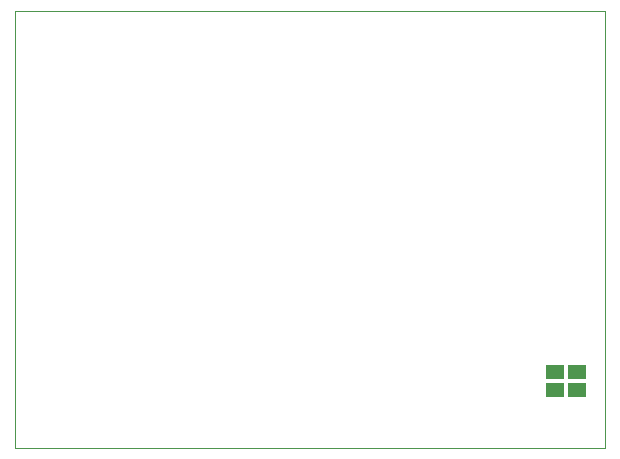
<source format=gbp>
G75*
G70*
%OFA0B0*%
%FSLAX24Y24*%
%IPPOS*%
%LPD*%
%AMOC8*
5,1,8,0,0,1.08239X$1,22.5*
%
%ADD10C,0.0000*%
%ADD11R,0.0630X0.0460*%
D10*
X001774Y000181D02*
X001774Y014748D01*
X021459Y014748D01*
X021459Y000181D01*
X001774Y000181D01*
D11*
X019774Y002131D03*
X020524Y002131D03*
X020524Y002731D03*
X019774Y002731D03*
M02*

</source>
